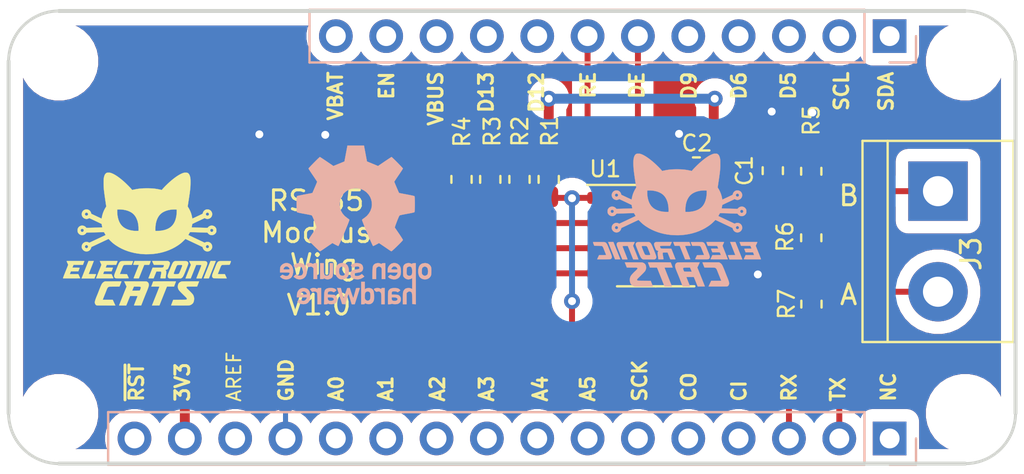
<source format=kicad_pcb>
(kicad_pcb (version 20221018) (generator pcbnew)
  (title_block (title "ModBUS Wing") (date "2020-12-01") (rev "V1.0") (company "Electronic Cats") (comment 1 "Edgar Capuchino") (comment 2 "Eduardo Contreras"))
  (layers (0 "F.Cu" signal) (31 "B.Cu" signal) (34 "B.Paste" user) (35 "F.Paste" user) (36 "B.SilkS" user "B.Silkscreen") (37 "F.SilkS" user "F.Silkscreen") (38 "B.Mask" user) (39 "F.Mask" user) (44 "Edge.Cuts" user))
  (net 0 "")
  (net 1 "/FREE")
  (net 2 "/MISO")
  (net 3 "/MOSI")
  (net 4 "/SCK")
  (net 5 "/A5")
  (net 6 "/A4")
  (net 7 "/A3")
  (net 8 "/A2")
  (net 9 "/A1")
  (net 10 "/A0")
  (net 11 "GND")
  (net 12 "/AREF")
  (net 13 "+3V3")
  (net 14 "/~{RST}")
  (net 15 "/SDA")
  (net 16 "/SCL")
  (net 17 "/EN")
  (net 18 "/VBAT")
  (net 19 "/D5")
  (net 20 "/D6")
  (net 21 "/D13")
  (net 22 "/DE")
  (net 23 "/RE")
  (net 24 "/VBUS")
  (net 25 "/RS485B")
  (net 26 "/RS485A")
  (net 27 "/D12")
  (net 28 "/D9")
  (net 29 "/TX")
  (net 30 "/RX")
  (footprint "MountingHole:MountingHole_2.7mm_M2.5" (layer "F.Cu") (at 125.79 76.71)
    (fp_text reference "REF**" hide)
    (fp_text value "MountingHole_2.7mm_M2.5" hide)
    (pad "" np_thru_hole circle locked (at 0 0) (size 2.7 2.7) (drill 2.7) (layers "*.Cu" "*.Mask"))
  )
  (footprint "MountingHole:MountingHole_2.7mm_M2.5" (layer "F.Cu") (at 125.79 94.49)
    (fp_text reference "REF**" hide)
    (fp_text value "MountingHole_2.7mm_M2.5" hide)
    (pad "" np_thru_hole circle locked (at 0 0) (size 2.7 2.7) (drill 2.7) (layers "*.Cu" "*.Mask"))
  )
  (footprint "MountingHole:MountingHole_2.7mm_M2.5" (layer "F.Cu") (at 171.51 94.49)
    (fp_text reference "REF**" hide)
    (fp_text value "MountingHole_2.7mm_M2.5" hide)
    (pad "" np_thru_hole circle locked (at 0 0) (size 2.7 2.7) (drill 2.7) (layers "*.Cu" "*.Mask"))
  )
  (footprint "MountingHole:MountingHole_2.7mm_M2.5" (layer "F.Cu") (at 171.51 76.71)
    (fp_text reference "REF**" hide)
    (fp_text value "MountingHole_2.7mm_M2.5" hide)
    (pad "" np_thru_hole circle locked (at 0 0) (size 2.7 2.7) (drill 2.7) (layers "*.Cu" "*.Mask"))
  )
  (footprint "Aesthetics:electronic_cats_logo_8x6" (layer "F.Cu") (at 130.23 85.69)
    (fp_text reference "G***" hide)
    (fp_text value "LOGO" hide)
  )
  (footprint "Resistor_SMD:R_0603_1608Metric_Pad1.05x0.95mm_HandSolder" (layer "F.Cu") (at 149.025 82.675 -90)
    (fp_text reference "R2" (at -2.425 -0.025 -90) (layer "F.SilkS") (effects (font (size 0.8 0.8) (thickness 0.12))))
    (fp_text value "10K")
    (pad "1" smd roundrect (at -0.875 0 270) (size 1.05 0.95) (layers "F.Cu" "F.Paste" "F.Mask") (net 13 "+3V3"))
    (pad "2" smd roundrect (at 0.875 0 270) (size 1.05 0.95) (layers "F.Cu" "F.Paste" "F.Mask") (net 23 "/RE"))
  )
  (footprint "Resistor_SMD:R_0603_1608Metric_Pad1.05x0.95mm_HandSolder" (layer "F.Cu") (at 147.55 82.675 -90)
    (fp_text reference "R3" (at -2.425 -0.1 90) (layer "F.SilkS") (effects (font (size 0.8 0.8) (thickness 0.12))))
    (fp_text value "10K")
    (pad "1" smd roundrect (at -0.875 0 270) (size 1.05 0.95) (layers "F.Cu" "F.Paste" "F.Mask") (net 13 "+3V3"))
    (pad "2" smd roundrect (at 0.875 0 270) (size 1.05 0.95) (layers "F.Cu" "F.Paste" "F.Mask") (net 22 "/DE"))
  )
  (footprint "Resistor_SMD:R_0603_1608Metric_Pad1.05x0.95mm_HandSolder" (layer "F.Cu") (at 146.1 82.675 -90)
    (fp_text reference "R4" (at -2.4 -0.025 -90) (layer "F.SilkS") (effects (font (size 0.8 0.8) (thickness 0.12))))
    (fp_text value "10K")
    (pad "1" smd roundrect (at -0.875 0 270) (size 1.05 0.95) (layers "F.Cu" "F.Paste" "F.Mask") (net 13 "+3V3"))
    (pad "2" smd roundrect (at 0.875 0 270) (size 1.05 0.95) (layers "F.Cu" "F.Paste" "F.Mask") (net 29 "/TX"))
  )
  (footprint "Resistor_SMD:R_0603_1608Metric_Pad1.05x0.95mm_HandSolder" (layer "F.Cu") (at 163.745 82.265 -90)
    (fp_text reference "R5" (at -2.565 -0.005 90) (layer "F.SilkS") (effects (font (size 0.8 0.8) (thickness 0.12))))
    (fp_text value "20K")
    (pad "1" smd roundrect (at -0.875 0 270) (size 1.05 0.95) (layers "F.Cu" "F.Paste" "F.Mask") (net 11 "GND"))
    (pad "2" smd roundrect (at 0.875 0 270) (size 1.05 0.95) (layers "F.Cu" "F.Paste" "F.Mask") (net 25 "/RS485B"))
  )
  (footprint "Resistor_SMD:R_0603_1608Metric_Pad1.05x0.95mm_HandSolder" (layer "F.Cu") (at 163.755 88.975 -90)
    (fp_text reference "R7" (at 0 1.255 90) (layer "F.SilkS") (effects (font (size 0.8 0.8) (thickness 0.12))))
    (fp_text value "20K")
    (pad "1" smd roundrect (at -0.875 0 270) (size 1.05 0.95) (layers "F.Cu" "F.Paste" "F.Mask") (net 26 "/RS485A"))
    (pad "2" smd roundrect (at 0.875 0 270) (size 1.05 0.95) (layers "F.Cu" "F.Paste" "F.Mask") (net 13 "+3V3"))
  )
  (footprint "Package_SO:SOIC-8_3.9x4.9mm_P1.27mm" (layer "F.Cu") (at 155.895 85.515)
    (fp_text reference "U1" (at -2.545 -3.365) (layer "F.SilkS") (effects (font (size 0.8 0.8) (thickness 0.12))))
    (fp_text value "SP3485EN")
    (pad "1" smd roundrect (at -2.475 -1.905) (size 1.95 0.6) (layers "F.Cu" "F.Paste" "F.Mask") (net 30 "/RX"))
    (pad "2" smd roundrect (at -2.475 -0.635) (size 1.95 0.6) (layers "F.Cu" "F.Paste" "F.Mask") (net 23 "/RE"))
    (pad "3" smd roundrect (at -2.475 0.635) (size 1.95 0.6) (layers "F.Cu" "F.Paste" "F.Mask") (net 22 "/DE"))
    (pad "4" smd roundrect (at -2.475 1.905) (size 1.95 0.6) (layers "F.Cu" "F.Paste" "F.Mask") (net 29 "/TX"))
    (pad "5" smd roundrect (at 2.475 1.905) (size 1.95 0.6) (layers "F.Cu" "F.Paste" "F.Mask") (net 11 "GND"))
    (pad "6" smd roundrect (at 2.475 0.635) (size 1.95 0.6) (layers "F.Cu" "F.Paste" "F.Mask") (net 26 "/RS485A"))
    (pad "7" smd roundrect (at 2.475 -0.635) (size 1.95 0.6) (layers "F.Cu" "F.Paste" "F.Mask") (net 25 "/RS485B"))
    (pad "8" smd roundrect (at 2.475 -1.905) (size 1.95 0.6) (layers "F.Cu" "F.Paste" "F.Mask") (net 13 "+3V3"))
  )
  (footprint "Resistor_SMD:R_0603_1608Metric_Pad1.05x0.95mm_HandSolder" (layer "F.Cu") (at 163.745 85.625 -90)
    (fp_text reference "R6" (at -0.05 1.32 90) (layer "F.SilkS") (effects (font (size 0.8 0.8) (thickness 0.12))))
    (fp_text value "120")
    (pad "1" smd roundrect (at -0.875 0 270) (size 1.05 0.95) (layers "F.Cu" "F.Paste" "F.Mask") (net 25 "/RS485B"))
    (pad "2" smd roundrect (at 0.875 0 270) (size 1.05 0.95) (layers "F.Cu" "F.Paste" "F.Mask") (net 26 "/RS485A"))
  )
  (footprint "Capacitor_SMD:C_0603_1608Metric_Pad1.05x0.95mm_HandSolder" (layer "F.Cu") (at 157.95 82.075 180)
    (fp_text reference "C2" (at -0.025 1.225) (layer "F.SilkS") (effects (font (size 0.8 0.8) (thickness 0.12))))
    (fp_text value "0.1uF")
    (pad "1" smd roundrect (at -0.875 0 180) (size 1.05 0.95) (layers "F.Cu" "F.Paste" "F.Mask") (net 13 "+3V3"))
    (pad "2" smd roundrect (at 0.875 0 180) (size 1.05 0.95) (layers "F.Cu" "F.Paste" "F.Mask") (net 11 "GND"))
  )
  (footprint "Capacitor_SMD:C_0603_1608Metric_Pad1.05x0.95mm_HandSolder" (layer "F.Cu") (at 161.805 82.235 90)
    (fp_text reference "C1" (at 0 -1.43 90) (layer "F.SilkS") (effects (font (size 0.8 0.8) (thickness 0.12))))
    (fp_text value "10uF")
    (pad "1" smd roundrect (at -0.875 0 90) (size 1.05 0.95) (layers "F.Cu" "F.Paste" "F.Mask") (net 13 "+3V3"))
    (pad "2" smd roundrect (at 0.875 0 90) (size 1.05 0.95) (layers "F.Cu" "F.Paste" "F.Mask") (net 11 "GND"))
  )
  (footprint "TerminalBlock:TerminalBlock_bornier-2_P5.08mm" (layer "F.Cu") (at 170.14 83.27 -90)
    (fp_text reference "J3" (at 3.16 -1.67 90) (layer "F.SilkS"))
    (fp_text value "Screw_Terminal_01x02")
    (pad "1" thru_hole rect (at 0 0 270) (size 3 3) (drill 1.52) (layers "*.Cu" "*.Mask") (net 25 "/RS485B"))
    (pad "2" thru_hole circle (at 5.08 0 270) (size 3 3) (drill 1.52) (layers "*.Cu" "*.Mask") (net 26 "/RS485A"))
  )
  (footprint "Resistor_SMD:R_0603_1608Metric_Pad1.05x0.95mm_HandSolder" (layer "F.Cu") (at 150.5 82.675 -90)
    (fp_text reference "R1" (at -2.425 -0.05 90) (layer "F.SilkS") (effects (font (size 0.8 0.8) (thickness 0.12))))
    (fp_text value "10K")
    (pad "1" smd roundrect (at -0.875 0 270) (size 1.05 0.95) (layers "F.Cu" "F.Paste" "F.Mask") (net 13 "+3V3"))
    (pad "2" smd roundrect (at 0.875 0 270) (size 1.05 0.95) (layers "F.Cu" "F.Paste" "F.Mask") (net 30 "/RX"))
  )
  (footprint "Connector_PinHeader_2.54mm:PinHeader_1x16_P2.54mm_Vertical" (layer "B.Cu") (at 167.7 95.76 90)
    (fp_text reference "J1" hide)
    (fp_text value "feather long" hide)
    (pad "1" thru_hole rect (at 0 0 90) (size 1.7 1.7) (drill 1) (layers "*.Cu" "*.Mask") (net 1 "/FREE"))
    (pad "2" thru_hole oval (at 0 -2.54 90) (size 1.7 1.7) (drill 1) (layers "*.Cu" "*.Mask") (net 29 "/TX"))
    (pad "3" thru_hole oval (at 0 -5.08 90) (size 1.7 1.7) (drill 1) (layers "*.Cu" "*.Mask") (net 30 "/RX"))
    (pad "4" thru_hole oval (at 0 -7.62 90) (size 1.7 1.7) (drill 1) (layers "*.Cu" "*.Mask") (net 2 "/MISO"))
    (pad "5" thru_hole oval (at 0 -10.16 90) (size 1.7 1.7) (drill 1) (layers "*.Cu" "*.Mask") (net 3 "/MOSI"))
    (pad "6" thru_hole oval (at 0 -12.7 90) (size 1.7 1.7) (drill 1) (layers "*.Cu" "*.Mask") (net 4 "/SCK"))
    (pad "7" thru_hole oval (at 0 -15.24 90) (size 1.7 1.7) (drill 1) (layers "*.Cu" "*.Mask") (net 5 "/A5"))
    (pad "8" thru_hole oval (at 0 -17.78 90) (size 1.7 1.7) (drill 1) (layers "*.Cu" "*.Mask") (net 6 "/A4"))
    (pad "9" thru_hole oval (at 0 -20.32 90) (size 1.7 1.7) (drill 1) (layers "*.Cu" "*.Mask") (net 7 "/A3"))
    (pad "10" thru_hole oval (at 0 -22.86 90) (size 1.7 1.7) (drill 1) (layers "*.Cu" "*.Mask") (net 8 "/A2"))
    (pad "11" thru_hole oval (at 0 -25.4 90) (size 1.7 1.7) (drill 1) (layers "*.Cu" "*.Mask") (net 9 "/A1"))
    (pad "12" thru_hole oval (at 0 -27.94 90) (size 1.7 1.7) (drill 1) (layers "*.Cu" "*.Mask") (net 10 "/A0"))
    (pad "13" thru_hole oval (at 0 -30.48 90) (size 1.7 1.7) (drill 1) (layers "*.Cu" "*.Mask") (net 11 "GND"))
    (pad "14" thru_hole oval (at 0 -33.02 90) (size 1.7 1.7) (drill 1) (layers "*.Cu" "*.Mask") (net 12 "/AREF"))
    (pad "15" thru_hole oval (at 0 -35.56 90) (size 1.7 1.7) (drill 1) (layers "*.Cu" "*.Mask") (net 13 "+3V3"))
    (pad "16" thru_hole oval (at 0 -38.1 90) (size 1.7 1.7) (drill 1) (layers "*.Cu" "*.Mask") (net 14 "/~{RST}"))
  )
  (footprint "Connector_PinHeader_2.54mm:PinHeader_1x12_P2.54mm_Vertical" (layer "B.Cu") (at 167.7 75.44 90)
    (fp_text reference "J2" hide)
    (fp_text value "feather short" hide)
    (pad "1" thru_hole rect (at 0 0 90) (size 1.7 1.7) (drill 1) (layers "*.Cu" "*.Mask") (net 15 "/SDA"))
    (pad "2" thru_hole oval (at 0 -2.54 90) (size 1.7 1.7) (drill 1) (layers "*.Cu" "*.Mask") (net 16 "/SCL"))
    (pad "3" thru_hole oval (at 0 -5.08 90) (size 1.7 1.7) (drill 1) (layers "*.Cu" "*.Mask") (net 19 "/D5"))
    (pad "4" thru_hole oval (at 0 -7.62 90) (size 1.7 1.7) (drill 1) (layers "*.Cu" "*.Mask") (net 20 "/D6"))
    (pad "5" thru_hole oval (at 0 -10.16 90) (size 1.7 1.7) (drill 1) (layers "*.Cu" "*.Mask") (net 28 "/D9"))
    (pad "6" thru_hole oval (at 0 -12.7 90) (size 1.7 1.7) (drill 1) (layers "*.Cu" "*.Mask") (net 22 "/DE"))
    (pad "7" thru_hole oval (at 0 -15.24 90) (size 1.7 1.7) (drill 1) (layers "*.Cu" "*.Mask") (net 23 "/RE"))
    (pad "8" thru_hole oval (at 0 -17.78 90) (size 1.7 1.7) (drill 1) (layers "*.Cu" "*.Mask") (net 27 "/D12"))
    (pad "9" thru_hole oval (at 0 -20.32 90) (size 1.7 1.7) (drill 1) (layers "*.Cu" "*.Mask") (net 21 "/D13"))
    (pad "10" thru_hole oval (at 0 -22.86 90) (size 1.7 1.7) (drill 1) (layers "*.Cu" "*.Mask") (net 24 "/VBUS"))
    (pad "11" thru_hole oval (at 0 -25.4 90) (size 1.7 1.7) (drill 1) (layers "*.Cu" "*.Mask") (net 17 "/EN"))
    (pad "12" thru_hole oval (at 0 -27.94 90) (size 1.7 1.7) (drill 1) (layers "*.Cu" "*.Mask") (net 18 "/VBAT"))
  )
  (footprint "Aesthetics:electronic_cats_logo_8x6" (layer "B.Cu") (at 156.97 84.73 180)
    (fp_text reference "G***" hide)
    (fp_text value "LOGO" hide)
  )
  (footprint "Symbol:OSHW-Logo_7.5x8mm_SilkScreen" (layer "B.Cu") (at 140.77 84.97 180)
    (fp_text reference "REF**" hide)
    (fp_text value "OSHW-Logo_7.5x8mm_SilkScreen" hide)
  )
  (gr_arc (start 171.51 74.17) (mid 173.306051 74.913949) (end 174.05 76.71) (stroke (width 0.15)) (layer "Edge.Cuts"))
  (gr_arc (start 123.25 76.71) (mid 123.993949 74.913949) (end 125.79 74.17) (stroke (width 0.15)) (layer "Edge.Cuts"))
  (gr_line (start 171.51 97.03) (end 125.79 97.03) (stroke (width 0.2)) (layer "Edge.Cuts"))
  (gr_arc (start 125.79 97.03) (mid 123.993949 96.286051) (end 123.25 94.49) (stroke (width 0.15)) (layer "Edge.Cuts"))
  (gr_arc (start 174.05 94.49) (mid 173.306051 96.286051) (end 171.51 97.03) (stroke (width 0.15)) (layer "Edge.Cuts"))
  (gr_line (start 123.25 94.49) (end 123.25 76.71) (stroke (width 0.2)) (layer "Edge.Cuts"))
  (gr_line (start 174.05 76.71) (end 174.05 94.49) (stroke (width 0.2)) (layer "Edge.Cuts"))
  (gr_line (start 125.79 74.17) (end 171.51 74.17) (stroke (width 0.2)) (layer "Edge.Cuts"))
  (gr_text "3V3" (at 132.02 92.913334 90) (layer "F.SilkS") (effects (font (size 0.7 0.7))))
  (gr_text "AREF" (at 134.62 92.638334 90) (layer "F.SilkS") (effects (font (size 0.7 0.7) (thickness 0.1))))
  (gr_text "GND" (at 137.25 92.813334 90) (layer "F.SilkS") (effects (font (size 0.7 0.7))))
  (gr_text "A0" (at 139.78 93.246667 90) (layer "F.SilkS") (effects (font (size 0.7 0.7))))
  (gr_text "A1" (at 142.28 93.246667 90) (layer "F.SilkS") (effects (font (size 0.7 0.7))))
  (gr_text "A2" (at 144.89 93.246667 90) (layer "F.SilkS") (effects (font (size 0.7 0.7))))
  (gr_text "A3" (at 147.37 93.246667 90) (layer "F.SilkS") (effects (font (size 0.7 0.7))))
  (gr_text "A4" (at 150.08 93.246667 90) (layer "F.SilkS") (effects (font (size 0.7 0.7))))
  (gr_text "A5" (at 152.47 93.246667 90) (layer "F.SilkS") (effects (font (size 0.7 0.7))))
  (gr_text "SCK" (at 155.09 92.846667 90) (layer "F.SilkS") (effects (font (size 0.7 0.7))))
  (gr_text "CO" (at 157.57 93.163334 90) (layer "F.SilkS") (effects (font (size 0.7 0.7))))
  (gr_text "CI" (at 160.1 93.363334 90) (layer "F.SilkS") (effects (font (size 0.7 0.7))))
  (gr_text "RX" (at 162.63 93.196667 90) (layer "F.SilkS") (effects (font (size 0.7 0.7))))
  (gr_text "TX" (at 165.09 93.28 90) (layer "F.SilkS") (effects (font (size 0.7 0.7))))
  (gr_text "NC" (at 167.64 93.163334 90) (layer "F.SilkS") (effects (font (size 0.7 0.7))))
  (gr_text "SDA" (at 167.52 78.2425 90) (layer "F.SilkS") (effects (font (size 0.7 0.7))))
  (gr_text "SCL" (at 165.27 78.225833 90) (layer "F.SilkS") (effects (font (size 0.7 0.7))))
  (gr_text "D5" (at 162.59 77.9425 90) (layer "F.SilkS") (effects (font (size 0.7 0.7))))
  (gr_text "D6" (at 160.1 77.9425 90) (layer "F.SilkS") (effects (font (size 0.7 0.7))))
  (gr_text "D9" (at 157.58 77.9425 90) (layer "F.SilkS") (effects (font (size 0.7 0.7))))
  (gr_text "RE" (at 152.49 77.91 90) (layer "F.SilkS") (effects (font (size 0.7 0.7))))
  (gr_text "DE" (at 154.95 77.92 90) (layer "F.SilkS") (effects (font (size 0.7 0.7))))
  (gr_text "D12" (at 149.88 78.275833 90) (layer "F.SilkS") (effects (font (size 0.7 0.7))))
  (gr_text "D13\n" (at 147.34 78.275833 90) (layer "F.SilkS") (effects (font (size 0.7 0.7))))
  (gr_text "EN" (at 142.32 77.9425 90) (layer "F.SilkS") (effects (font (size 0.7 0.7))))
  (gr_text "VBAT" (at 139.74 78.463333 90) (layer "F.SilkS") (effects (font (size 0.7 0.7))))
  (gr_text "VBUS\n" (at 144.8 78.596666 90) (layer "F.SilkS") (effects (font (size 0.7 0.7))))
  (gr_text "V1.0" (at 138.9 89.02) (layer "F.SilkS") (effects (font (size 1 1))))
  (gr_text "A" (at 165.63 88.5) (layer "F.SilkS") (effects (font (size 1 1))))
  (gr_text "RS485 \nModbus \nWing" (at 139.16 85.36) (layer "F.SilkS") (effects (font (size 1 1))))
  (gr_text "B" (at 165.64 83.5) (layer "F.SilkS") (effects (font (size 1 1))))
  (gr_text "~{RST}" (at 129.7 92.93 90) (layer "F.SilkS") (effects (font (size 0.7 0.7))))
  (segment (start 163.745 79.355) (end 163.8 79.3) (width 0.5) (layer "F.Cu") (net 11))
  (segment (start 135.925 80.425) (end 135.9 80.4) (width 0.5) (layer "F.Cu") (net 11))
  (segment (start 161.805 81.36) (end 161.805 79.305) (width 0.5) (layer "F.Cu") (net 11))
  (segment (start 139.225 80.425) (end 135.925 80.425) (width 0.5) (layer "F.Cu") (net 11))
  (segment (start 160.995 87.42) (end 161.05 87.475) (width 0.5) (layer "F.Cu") (net 11))
  (segment (start 157.075 82.075) (end 157.075 80.375) (width 0.5) (layer "F.Cu") (net 11))
  (segment (start 163.745 81.39) (end 163.745 79.355) (width 0.5) (layer "F.Cu") (net 11))
  (segment (start 158.37 87.42) (end 160.995 87.42) (width 0.5) (layer "F.Cu") (net 11))
  (segment (start 161.805 79.305) (end 161.75 79.25) (width 0.5) (layer "F.Cu") (net 11))
  (via (at 135.9 80.4) (size 0.8) (drill 0.4) (layers "F.Cu" "B.Cu") (net 11))
  (via (at 139.225 80.425) (size 0.8) (drill 0.4) (layers "F.Cu" "B.Cu") (net 11))
  (via (at 163.8 79.3) (size 0.8) (drill 0.4) (layers "F.Cu" "B.Cu") (net 11))
  (via (at 161.05 87.475) (size 0.8) (drill 0.4) (layers "F.Cu" "B.Cu") (net 11))
  (via (at 157.075 80.375) (size 0.8) (drill 0.4) (layers "F.Cu" "B.Cu") (net 11))
  (via (at 161.75 79.25) (size 0.8) (drill 0.4) (layers "F.Cu" "B.Cu") (net 11))
  (segment (start 139.275 80.375) (end 139.225 80.425) (width 0.5) (layer "B.Cu") (net 11))
  (segment (start 157.075 80.375) (end 139.275 80.375) (width 0.5) (layer "B.Cu") (net 11))
  (segment (start 161.795 89.88) (end 158.85 89.88) (width 0.5) (layer "F.Cu") (net 13))
  (segment (start 132.14 84.285) (end 132.14 95.76) (width 0.5) (layer "F.Cu") (net 13))
  (segment (start 158.825 78.65) (end 158.875 78.6) (width 0.5) (layer "F.Cu") (net 13))
  (segment (start 150.5 81.8) (end 146.1 81.8) (width 0.5) (layer "F.Cu") (net 13))
  (segment (start 158.825 82.075) (end 158.825 78.65) (width 0.5) (layer "F.Cu") (net 13))
  (segment (start 156.9 89.85) (end 156.6 89.55) (width 0.5) (layer "F.Cu") (net 13))
  (segment (start 163.755 89.85) (end 161.825 89.85) (width 0.5) (layer "F.Cu") (net 13))
  (segment (start 158.37 82.53) (end 158.825 82.075) (width 0.5) (layer "F.Cu") (net 13))
  (segment (start 161.825 89.85) (end 161.795 89.88) (width 0.5) (layer "F.Cu") (net 13))
  (segment (start 163.755 89.85) (end 156.9 89.85) (width 0.5) (layer "F.Cu") (net 13))
  (segment (start 161.805 83.11) (end 159.86 83.11) (width 0.5) (layer "F.Cu") (net 13))
  (segment (start 134.625 81.8) (end 132.14 84.285) (width 0.5) (layer "F.Cu") (net 13))
  (segment (start 157.115 83.61) (end 158.37 83.61) (width 0.5) (layer "F.Cu") (net 13))
  (segment (start 158.37 83.61) (end 158.37 82.53) (width 0.5) (layer "F.Cu") (net 13))
  (segment (start 150.5 78.6) (end 150.5 81.8) (width 0.5) (layer "F.Cu") (net 13))
  (segment (start 156.6 89.55) (end 156.6 84.125) (width 0.5) (layer "F.Cu") (net 13))
  (segment (start 159.86 83.11) (end 158.825 82.075) (width 0.5) (layer "F.Cu") (net 13))
  (segment (start 146.1 81.8) (end 134.625 81.8) (width 0.5) (layer "F.Cu") (net 13))
  (segment (start 156.6 84.125) (end 157.115 83.61) (width 0.5) (layer "F.Cu") (net 13))
  (via (at 158.875 78.6) (size 0.8) (drill 0.4) (layers "F.Cu" "B.Cu") (net 13))
  (via (at 150.5 78.6) (size 0.8) (drill 0.4) (layers "F.Cu" "B.Cu") (net 13))
  (segment (start 158.875 78.6) (end 150.5 78.6) (width 0.5) (layer "B.Cu") (net 13))
  (segment (start 155 75.44) (end 155 80.55) (width 0.3) (layer "F.Cu") (net 22))
  (segment (start 153.42 86.15) (end 147.825 86.15) (width 0.3) (layer "F.Cu") (net 22))
  (segment (start 155 80.55) (end 155.825 81.375) (width 0.3) (layer "F.Cu") (net 22))
  (segment (start 155.25 86.15) (end 153.42 86.15) (width 0.3) (layer "F.Cu") (net 22))
  (segment (start 155.825 81.375) (end 155.825 85.575) (width 0.3) (layer "F.Cu") (net 22))
  (segment (start 155.825 85.575) (end 155.25 86.15) (width 0.3) (layer "F.Cu") (net 22))
  (segment (start 147.825 86.15) (end 147.55 85.875) (width 0.3) (layer "F.Cu") (net 22))
  (segment (start 147.55 85.875) (end 147.55 83.55) (width 0.3) (layer "F.Cu") (net 22))
  (segment (start 154.82 84.88) (end 155.275 84.425) (width 0.3) (layer "F.Cu") (net 23))
  (segment (start 153.42 84.88) (end 149.23 84.88) (width 0.3) (layer "F.Cu") (net 23))
  (segment (start 149.025 84.675) (end 149.025 83.55) (width 0.3) (layer "F.Cu") (net 23))
  (segment (start 155.275 84.425) (end 155.275 82.85) (width 0.3) (layer "F.Cu") (net 23))
  (segment (start 154.65 82.225) (end 152.775 82.225) (width 0.3) (layer "F.Cu") (net 23))
  (segment (start 155.275 82.85) (end 154.65 82.225) (width 0.3) (layer "F.Cu") (net 23))
  (segment (start 152.775 82.225) (end 152.46 81.91) (width 0.3) (layer "F.Cu") (net 23))
  (segment (start 152.46 81.91) (end 152.46 75.44) (width 0.3) (layer "F.Cu") (net 23))
  (segment (start 153.42 84.88) (end 154.82 84.88) (width 0.3) (layer "F.Cu") (net 23))
  (segment (start 149.23 84.88) (end 149.025 84.675) (width 0.3) (layer "F.Cu") (net 23))
  (segment (start 158.5 84.75) (end 158.37 84.88) (width 0.3) (layer "F.Cu") (net 25))
  (segment (start 163.875 83.27) (end 163.745 83.14) (width 0.3) (layer "F.Cu") (net 25))
  (segment (start 163.745 84.75) (end 158.5 84.75) (width 0.3) (layer "F.Cu") (net 25))
  (segment (start 163.745 83.14) (end 163.745 84.75) (width 0.3) (layer "F.Cu") (net 25))
  (segment (start 170.14 83.27) (end 163.875 83.27) (width 0.3) (layer "F.Cu") (net 25))
  (segment (start 163.745 88.09) (end 163.755 88.1) (width 0.3) (layer "F.Cu") (net 26))
  (segment (start 163.395 86.15) (end 163.745 86.5) (width 0.3) (layer "F.Cu") (net 26))
  (segment (start 158.37 86.15) (end 163.395 86.15) (width 0.3) (layer "F.Cu") (net 26))
  (segment (start 164.005 88.35) (end 163.755 88.1) (width 0.3) (layer "F.Cu") (net 26))
  (segment (start 170.14 88.35) (end 164.005 88.35) (width 0.3) (layer "F.Cu") (net 26))
  (segment (start 163.745 86.5) (end 163.745 88.09) (width 0.3) (layer "F.Cu") (net 26))
  (segment (start 164.45 92.75) (end 153.7 92.75) (width 0.3) (layer "F.Cu") (net 29))
  (segment (start 153.7 92.75) (end 153.42 92.47) (width 0.3) (layer "F.Cu") (net 29))
  (segment (start 146.62 87.42) (end 146.1 86.9) (width 0.3) (layer "F.Cu") (net 29))
  (segment (start 153.42 92.47) (end 153.42 87.42) (width 0.3) (layer "F.Cu") (net 29))
  (segment (start 165.16 93.46) (end 164.45 92.75) (width 0.3) (layer "F.Cu") (net 29))
  (segment (start 165.16 95.76) (end 165.16 93.46) (width 0.3) (layer "F.Cu") (net 29))
  (segment (start 146.1 86.9) (end 146.1 83.55) (width 0.3) (layer "F.Cu") (net 29))
  (segment (start 153.42 87.42) (end 146.62 87.42) (width 0.3) (layer "F.Cu") (net 29))
  (segment (start 152.025 93.425) (end 151.675 93.075) (width 0.3) (layer "F.Cu") (net 30))
  (segment (start 162.62 95.76) (end 162.62 93.97) (width 0.3) (layer "F.Cu") (net 30))
  (segment (start 150.56 83.61) (end 150.5 83.55) (width 0.3) (layer "F.Cu") (net 30))
  (segment (start 162.62 93.97) (end 162.075 93.425) (width 0.3) (layer "F.Cu") (net 30))
  (segment (start 162.075 93.425) (end 152.025 93.425) (width 0.3) (layer "F.Cu") (net 30))
  (segment (start 153.42 83.61) (end 150.56 83.61) (width 0.3) (layer "F.Cu") (net 30))
  (segment (start 151.675 93.075) (end 151.675 88.825) (width 0.3) (layer "F.Cu") (net 30))
  (via (at 151.675 88.825) (size 0.8) (drill 0.4) (layers "F.Cu" "B.Cu") (net 30))
  (via (at 151.675 83.625) (size 0.8) (drill 0.4) (layers "F.Cu" "B.Cu") (net 30))
  (segment (start 151.675 88.825) (end 151.675 83.625) (width 0.3) (layer "B.Cu") (net 30))
  (zone (net 11) (net_name "GND") (layer "F.Cu") (connect_pads (clearance 0.508)) (min_thickness 0.254) (fill yes (thermal_gap 0.508) (thermal_bridge_width 0.508))
    (polygon (pts (xy 174.06 74.17) (xy 174.04 96.98) (xy 123.28 97.02) (xy 123.28 74.15)))
  )
  (zone (net 11) (net_name "GND") (layer "B.Cu") (connect_pads (clearance 0.508)) (min_thickness 0.254) (fill yes (thermal_gap 0.508) (thermal_bridge_width 0.508))
    (polygon (pts (xy 174.01 96.98) (xy 123.37 96.83) (xy 123.28 96.83) (xy 123.28 74.15) (xy 174.06 74.14)))
  )
)
</source>
